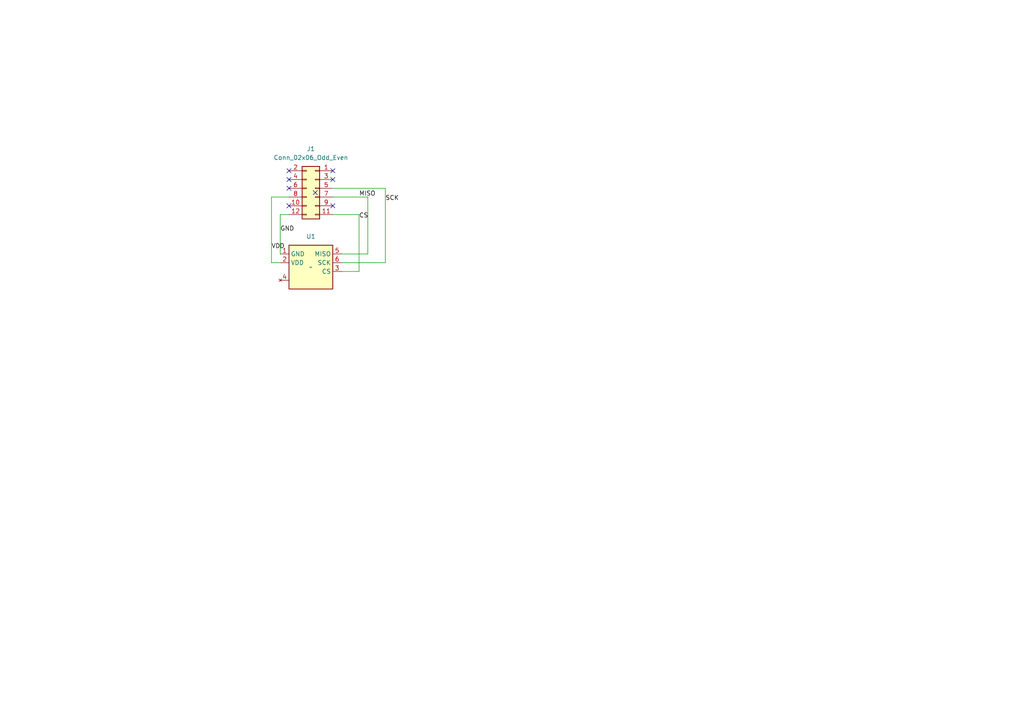
<source format=kicad_sch>
(kicad_sch (version 20230121) (generator eeschema)
  (paper "A4")
  (lib_symbols
    (symbol "Connector_Generic:Conn_02x06_Odd_Even" (pin_names (offset 1.016) hide)
      (property "Reference" "J" (at 1.27 7.62 0))
      (property "Value" "Conn_02x06_Odd_Even" (at 1.27 -10.16 0))
      (symbol "Conn_02x06_Odd_Even_1_1"
        (rectangle (start -1.27 -7.493) (end 0 -7.747) (stroke (width 0.1524)))
        (rectangle (start -1.27 -4.953) (end 0 -5.207) (stroke (width 0.1524)))
        (rectangle (start -1.27 -2.413) (end 0 -2.667) (stroke (width 0.1524)))
        (rectangle (start -1.27 0.127) (end 0 -0.127) (stroke (width 0.1524)))
        (rectangle (start -1.27 2.667) (end 0 2.413) (stroke (width 0.1524)))
        (rectangle (start -1.27 5.207) (end 0 4.953) (stroke (width 0.1524)))
        (rectangle (start -1.27 6.35) (end 3.81 -8.89) (stroke (width 0.254)) (fill (type background)))
        (rectangle (start 3.81 -7.493) (end 2.54 -7.747) (stroke (width 0.1524)))
        (rectangle (start 3.81 -4.953) (end 2.54 -5.207) (stroke (width 0.1524)))
        (rectangle (start 3.81 -2.413) (end 2.54 -2.667) (stroke (width 0.1524)))
        (rectangle (start 3.81 0.127) (end 2.54 -0.127) (stroke (width 0.1524)))
        (rectangle (start 3.81 2.667) (end 2.54 2.413) (stroke (width 0.1524)))
        (rectangle (start 3.81 5.207) (end 2.54 4.953) (stroke (width 0.1524)))
        (pin passive line (at -5.08 5.08 0) (length 3.81) (name "Pin_1") (number "1"))
        (pin passive line (at 7.62 -5.08 180) (length 3.81) (name "Pin_10") (number "10"))
        (pin passive line (at -5.08 -7.62 0) (length 3.81) (name "Pin_11") (number "11"))
        (pin passive line (at 7.62 -7.62 180) (length 3.81) (name "Pin_12") (number "12"))
        (pin passive line (at 7.62 5.08 180) (length 3.81) (name "Pin_2") (number "2"))
        (pin passive line (at -5.08 2.54 0) (length 3.81) (name "Pin_3") (number "3"))
        (pin passive line (at 7.62 2.54 180) (length 3.81) (name "Pin_4") (number "4"))
        (pin passive line (at -5.08 0 0) (length 3.81) (name "Pin_5") (number "5"))
        (pin passive line (at 7.62 0 180) (length 3.81) (name "Pin_6") (number "6"))
        (pin passive line (at -5.08 -2.54 0) (length 3.81) (name "Pin_7") (number "7"))
        (pin passive line (at 7.62 -2.54 180) (length 3.81) (name "Pin_8") (number "8"))
        (pin passive line (at -5.08 -5.08 0) (length 3.81) (name "Pin_9") (number "9"))
      )
    )
    (symbol "Honeywell_ABP:ABPDRRV015PDSA3"
      (property "Reference" "U" (at 0 0 0))
      (symbol "ABPDRRV015PDSA3_0_1"
        (rectangle (start -6.35 6.35) (end 6.35 -6.35) (stroke (width 0.254)) (fill (type background)))
      )
      (symbol "ABPDRRV015PDSA3_1_1"
        (pin power_in line (at -8.89 3.81 0) (length 2.54) (name "GND") (number "1"))
        (pin power_in line (at -8.89 1.27 0) (length 2.54) (name "VDD") (number "2"))
        (pin input line (at 8.89 -1.27 180) (length 2.54) (name "CS") (number "3"))
        (pin no_connect line (at -8.89 -3.81 0) (length 2.54) (name "") (number "4"))
        (pin output line (at 8.89 3.81 180) (length 2.54) (name "MISO") (number "5"))
        (pin input line (at 8.89 1.27 180) (length 2.54) (name "SCK") (number "6"))
      )
    )
  )
  (no_connect (at 96.52 49.53))
  (no_connect (at 83.82 54.61))
  (no_connect (at 83.82 59.69))
  (no_connect (at 83.82 49.53))
  (no_connect (at 91.44 55.88))
  (no_connect (at 83.82 52.07))
  (no_connect (at 96.52 52.07))
  (no_connect (at 96.52 59.69))
  (wire (pts (xy 81.28 76.2) (xy 78.74 76.2)))
  (wire (pts (xy 99.06 73.66) (xy 106.68 73.66)))
  (wire (pts (xy 78.74 76.2) (xy 78.74 57.15)))
  (wire (pts (xy 104.14 62.23) (xy 96.52 62.23)))
  (wire (pts (xy 106.68 57.15) (xy 96.52 57.15)))
  (wire (pts (xy 99.06 76.2) (xy 111.76 76.2)))
  (wire (pts (xy 111.76 76.2) (xy 111.76 54.61)))
  (wire (pts (xy 81.28 73.66) (xy 81.28 62.23)))
  (wire (pts (xy 111.76 54.61) (xy 96.52 54.61)))
  (wire (pts (xy 81.28 62.23) (xy 83.82 62.23)))
  (wire (pts (xy 104.14 78.74) (xy 104.14 62.23)))
  (wire (pts (xy 99.06 78.74) (xy 104.14 78.74)))
  (wire (pts (xy 106.68 73.66) (xy 106.68 57.15)))
  (wire (pts (xy 78.74 57.15) (xy 83.82 57.15)))
  (label "MISO" (at 104.14 57.15 0))
  (label "VDD" (at 78.74 72.39 0))
  (label "SCK" (at 111.76 58.42 0))
  (label "GND" (at 81.28 67.31 0))
  (label "CS" (at 104.14 63.5 0))
  (symbol (lib_id "Honeywell_ABP:ABPDRRV015PDSA3") (at 90.17 77.47 0) (unit 1)
    (property "Reference" "U1" (at 90.17 68.58 0))
    (property "Value" "~" (at 90.17 77.47 0))
    (property "Footprint" "Honeywell_ABP:ABPDRRV015PDSA3" (effects hide))
  )
  (symbol (lib_id "Connector_Generic:Conn_02x06_Odd_Even") (at 91.44 54.61 0) (mirror y) (unit 1)
    (property "Reference" "J1" (at 90.17 43.18 0))
    (property "Value" "Conn_02x06_Odd_Even" (at 90.17 45.72 0))
    (property "Footprint" "Connector_PinSocket_2.54mm:PinSocket_2x06_P2.54mm_Vertical" (effects hide))
  )
)
</source>
